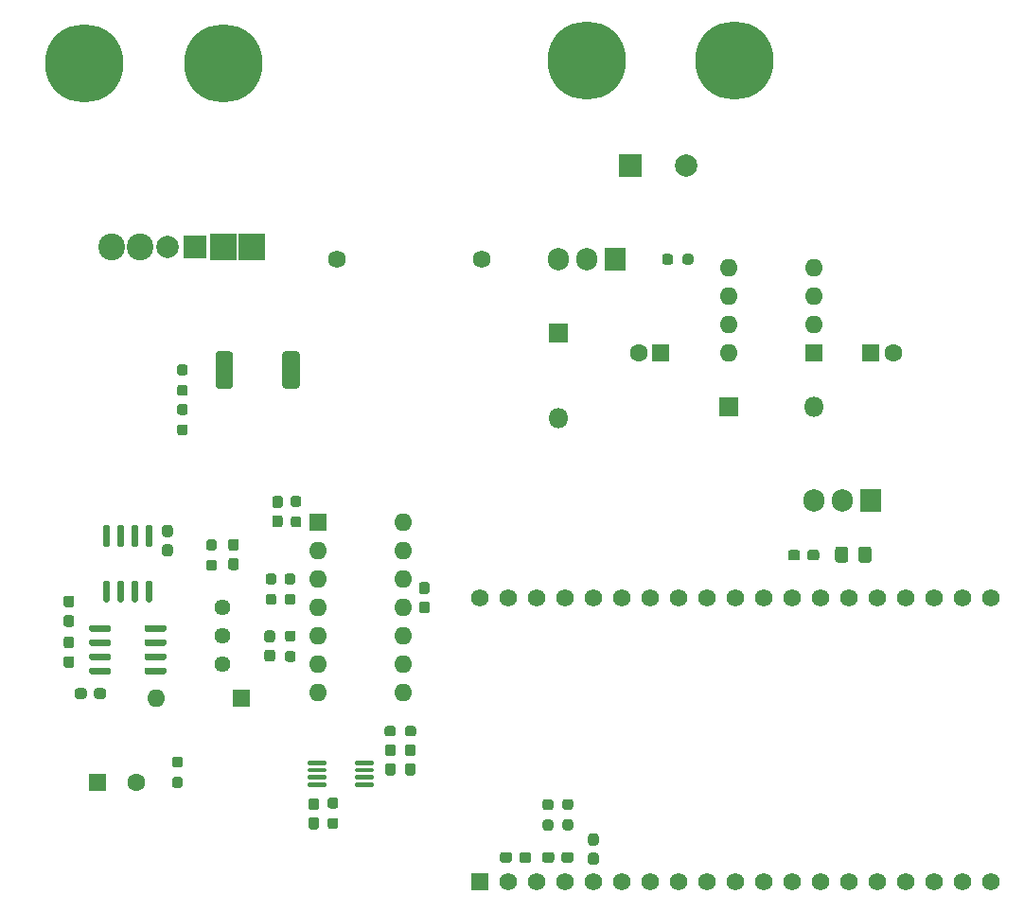
<source format=gbr>
%TF.GenerationSoftware,KiCad,Pcbnew,5.1.10*%
%TF.CreationDate,2021-11-24T02:21:55+13:00*%
%TF.ProjectId,buck_converter,6275636b-5f63-46f6-9e76-65727465722e,rev?*%
%TF.SameCoordinates,Original*%
%TF.FileFunction,Soldermask,Top*%
%TF.FilePolarity,Negative*%
%FSLAX46Y46*%
G04 Gerber Fmt 4.6, Leading zero omitted, Abs format (unit mm)*
G04 Created by KiCad (PCBNEW 5.1.10) date 2021-11-24 02:21:55*
%MOMM*%
%LPD*%
G01*
G04 APERTURE LIST*
%ADD10C,1.560000*%
%ADD11R,1.560000X1.560000*%
%ADD12O,1.600000X1.600000*%
%ADD13R,1.600000X1.600000*%
%ADD14C,2.400000*%
%ADD15R,2.400000X2.400000*%
%ADD16C,2.000000*%
%ADD17R,2.000000X2.000000*%
%ADD18C,0.800000*%
%ADD19C,7.000000*%
%ADD20C,1.590000*%
%ADD21O,1.800000X1.800000*%
%ADD22R,1.800000X1.800000*%
%ADD23C,1.440000*%
%ADD24O,1.905000X2.000000*%
%ADD25R,1.905000X2.000000*%
%ADD26C,1.600000*%
G04 APERTURE END LIST*
%TO.C,R13*%
G36*
G01*
X-194420500Y87228500D02*
X-193945500Y87228500D01*
G75*
G02*
X-193708000Y86991000I0J-237500D01*
G01*
X-193708000Y86491000D01*
G75*
G02*
X-193945500Y86253500I-237500J0D01*
G01*
X-194420500Y86253500D01*
G75*
G02*
X-194658000Y86491000I0J237500D01*
G01*
X-194658000Y86991000D01*
G75*
G02*
X-194420500Y87228500I237500J0D01*
G01*
G37*
G36*
G01*
X-194420500Y89053500D02*
X-193945500Y89053500D01*
G75*
G02*
X-193708000Y88816000I0J-237500D01*
G01*
X-193708000Y88316000D01*
G75*
G02*
X-193945500Y88078500I-237500J0D01*
G01*
X-194420500Y88078500D01*
G75*
G02*
X-194658000Y88316000I0J237500D01*
G01*
X-194658000Y88816000D01*
G75*
G02*
X-194420500Y89053500I237500J0D01*
G01*
G37*
%TD*%
D10*
%TO.C,U6*%
X-132016500Y79946500D03*
X-134556500Y79946500D03*
X-137096500Y79946500D03*
X-139636500Y79946500D03*
X-142176500Y79946500D03*
X-144716500Y79946500D03*
X-147256500Y79946500D03*
X-149796500Y79946500D03*
X-152336500Y79946500D03*
X-154876500Y79946500D03*
X-157416500Y79946500D03*
X-159956500Y79946500D03*
X-162496500Y79946500D03*
X-165036500Y79946500D03*
X-167576500Y79946500D03*
X-170116500Y79946500D03*
X-172656500Y79946500D03*
X-175196500Y79946500D03*
X-177736500Y79946500D03*
X-134556500Y54546500D03*
X-137096500Y54546500D03*
X-139636500Y54546500D03*
X-142176500Y54546500D03*
X-144716500Y54546500D03*
X-147256500Y54546500D03*
X-149796500Y54546500D03*
X-152336500Y54546500D03*
X-154876500Y54546500D03*
X-157416500Y54546500D03*
X-159956500Y54546500D03*
X-162496500Y54546500D03*
X-165036500Y54546500D03*
X-167576500Y54546500D03*
X-170116500Y54546500D03*
X-172656500Y54546500D03*
X-132016500Y54546500D03*
X-175196500Y54546500D03*
D11*
X-177736500Y54546500D03*
%TD*%
%TO.C,C1*%
G36*
G01*
X-182939700Y79621500D02*
X-182464700Y79621500D01*
G75*
G02*
X-182227200Y79384000I0J-237500D01*
G01*
X-182227200Y78784000D01*
G75*
G02*
X-182464700Y78546500I-237500J0D01*
G01*
X-182939700Y78546500D01*
G75*
G02*
X-183177200Y78784000I0J237500D01*
G01*
X-183177200Y79384000D01*
G75*
G02*
X-182939700Y79621500I237500J0D01*
G01*
G37*
G36*
G01*
X-182939700Y81346500D02*
X-182464700Y81346500D01*
G75*
G02*
X-182227200Y81109000I0J-237500D01*
G01*
X-182227200Y80509000D01*
G75*
G02*
X-182464700Y80271500I-237500J0D01*
G01*
X-182939700Y80271500D01*
G75*
G02*
X-183177200Y80509000I0J237500D01*
G01*
X-183177200Y81109000D01*
G75*
G02*
X-182939700Y81346500I237500J0D01*
G01*
G37*
%TD*%
D12*
%TO.C,U1*%
X-184607200Y86702900D03*
X-192227200Y71462900D03*
X-184607200Y84162900D03*
X-192227200Y74002900D03*
X-184607200Y81622900D03*
X-192227200Y76542900D03*
X-184607200Y79082900D03*
X-192227200Y79082900D03*
X-184607200Y76542900D03*
X-192227200Y81622900D03*
X-184607200Y74002900D03*
X-192227200Y84162900D03*
X-184607200Y71462900D03*
D13*
X-192227200Y86702900D03*
%TD*%
D14*
%TO.C,C16*%
X-210629500Y111379000D03*
D15*
X-198120000Y111379000D03*
D16*
X-205700000Y111379000D03*
D17*
X-203200000Y111379000D03*
D15*
X-200660000Y111379000D03*
D14*
X-208160000Y111379000D03*
%TD*%
D18*
%TO.C,OUT  -*%
X-211249845Y129618155D03*
X-213106000Y130387000D03*
X-214962155Y129618155D03*
X-215731000Y127762000D03*
X-214962155Y125905845D03*
X-213106000Y125137000D03*
X-211249845Y125905845D03*
X-210481000Y127762000D03*
D19*
X-213106000Y127762000D03*
%TD*%
D18*
%TO.C,OUT +*%
X-198803845Y129618155D03*
X-200660000Y130387000D03*
X-202516155Y129618155D03*
X-203285000Y127762000D03*
X-202516155Y125905845D03*
X-200660000Y125137000D03*
X-198803845Y125905845D03*
X-198035000Y127762000D03*
D19*
X-200660000Y127762000D03*
%TD*%
D18*
%TO.C,IN +*%
X-166291845Y129872155D03*
X-168148000Y130641000D03*
X-170004155Y129872155D03*
X-170773000Y128016000D03*
X-170004155Y126159845D03*
X-168148000Y125391000D03*
X-166291845Y126159845D03*
X-165523000Y128016000D03*
D19*
X-168148000Y128016000D03*
%TD*%
D18*
%TO.C,IN -*%
X-153083845Y129872155D03*
X-154940000Y130641000D03*
X-156796155Y129872155D03*
X-157565000Y128016000D03*
X-156796155Y126159845D03*
X-154940000Y125391000D03*
X-153083845Y126159845D03*
X-152315000Y128016000D03*
D19*
X-154940000Y128016000D03*
%TD*%
%TO.C,R16*%
G36*
G01*
X-214265500Y75421000D02*
X-214740500Y75421000D01*
G75*
G02*
X-214978000Y75658500I0J237500D01*
G01*
X-214978000Y76233500D01*
G75*
G02*
X-214740500Y76471000I237500J0D01*
G01*
X-214265500Y76471000D01*
G75*
G02*
X-214028000Y76233500I0J-237500D01*
G01*
X-214028000Y75658500D01*
G75*
G02*
X-214265500Y75421000I-237500J0D01*
G01*
G37*
G36*
G01*
X-214265500Y73671000D02*
X-214740500Y73671000D01*
G75*
G02*
X-214978000Y73908500I0J237500D01*
G01*
X-214978000Y74483500D01*
G75*
G02*
X-214740500Y74721000I237500J0D01*
G01*
X-214265500Y74721000D01*
G75*
G02*
X-214028000Y74483500I0J-237500D01*
G01*
X-214028000Y73908500D01*
G75*
G02*
X-214265500Y73671000I-237500J0D01*
G01*
G37*
%TD*%
%TO.C,R15*%
G36*
G01*
X-214265500Y79090000D02*
X-214740500Y79090000D01*
G75*
G02*
X-214978000Y79327500I0J237500D01*
G01*
X-214978000Y79902500D01*
G75*
G02*
X-214740500Y80140000I237500J0D01*
G01*
X-214265500Y80140000D01*
G75*
G02*
X-214028000Y79902500I0J-237500D01*
G01*
X-214028000Y79327500D01*
G75*
G02*
X-214265500Y79090000I-237500J0D01*
G01*
G37*
G36*
G01*
X-214265500Y77340000D02*
X-214740500Y77340000D01*
G75*
G02*
X-214978000Y77577500I0J237500D01*
G01*
X-214978000Y78152500D01*
G75*
G02*
X-214740500Y78390000I237500J0D01*
G01*
X-214265500Y78390000D01*
G75*
G02*
X-214028000Y78152500I0J-237500D01*
G01*
X-214028000Y77577500D01*
G75*
G02*
X-214265500Y77340000I-237500J0D01*
G01*
G37*
%TD*%
D20*
%TO.C,INDUCTOR*%
X-190500000Y110236000D03*
X-177546000Y110236000D03*
%TD*%
%TO.C,R10*%
G36*
G01*
X-195387000Y98904999D02*
X-195387000Y101755001D01*
G75*
G02*
X-195137001Y102005000I249999J0D01*
G01*
X-194111999Y102005000D01*
G75*
G02*
X-193862000Y101755001I0J-249999D01*
G01*
X-193862000Y98904999D01*
G75*
G02*
X-194111999Y98655000I-249999J0D01*
G01*
X-195137001Y98655000D01*
G75*
G02*
X-195387000Y98904999I0J249999D01*
G01*
G37*
G36*
G01*
X-201362000Y98904999D02*
X-201362000Y101755001D01*
G75*
G02*
X-201112001Y102005000I249999J0D01*
G01*
X-200086999Y102005000D01*
G75*
G02*
X-199837000Y101755001I0J-249999D01*
G01*
X-199837000Y98904999D01*
G75*
G02*
X-200086999Y98655000I-249999J0D01*
G01*
X-201112001Y98655000D01*
G75*
G02*
X-201362000Y98904999I0J249999D01*
G01*
G37*
%TD*%
%TO.C,U2*%
G36*
G01*
X-210734000Y73556000D02*
X-210734000Y73256000D01*
G75*
G02*
X-210884000Y73106000I-150000J0D01*
G01*
X-212534000Y73106000D01*
G75*
G02*
X-212684000Y73256000I0J150000D01*
G01*
X-212684000Y73556000D01*
G75*
G02*
X-212534000Y73706000I150000J0D01*
G01*
X-210884000Y73706000D01*
G75*
G02*
X-210734000Y73556000I0J-150000D01*
G01*
G37*
G36*
G01*
X-210734000Y74826000D02*
X-210734000Y74526000D01*
G75*
G02*
X-210884000Y74376000I-150000J0D01*
G01*
X-212534000Y74376000D01*
G75*
G02*
X-212684000Y74526000I0J150000D01*
G01*
X-212684000Y74826000D01*
G75*
G02*
X-212534000Y74976000I150000J0D01*
G01*
X-210884000Y74976000D01*
G75*
G02*
X-210734000Y74826000I0J-150000D01*
G01*
G37*
G36*
G01*
X-210734000Y76096000D02*
X-210734000Y75796000D01*
G75*
G02*
X-210884000Y75646000I-150000J0D01*
G01*
X-212534000Y75646000D01*
G75*
G02*
X-212684000Y75796000I0J150000D01*
G01*
X-212684000Y76096000D01*
G75*
G02*
X-212534000Y76246000I150000J0D01*
G01*
X-210884000Y76246000D01*
G75*
G02*
X-210734000Y76096000I0J-150000D01*
G01*
G37*
G36*
G01*
X-210734000Y77366000D02*
X-210734000Y77066000D01*
G75*
G02*
X-210884000Y76916000I-150000J0D01*
G01*
X-212534000Y76916000D01*
G75*
G02*
X-212684000Y77066000I0J150000D01*
G01*
X-212684000Y77366000D01*
G75*
G02*
X-212534000Y77516000I150000J0D01*
G01*
X-210884000Y77516000D01*
G75*
G02*
X-210734000Y77366000I0J-150000D01*
G01*
G37*
G36*
G01*
X-205784000Y77366000D02*
X-205784000Y77066000D01*
G75*
G02*
X-205934000Y76916000I-150000J0D01*
G01*
X-207584000Y76916000D01*
G75*
G02*
X-207734000Y77066000I0J150000D01*
G01*
X-207734000Y77366000D01*
G75*
G02*
X-207584000Y77516000I150000J0D01*
G01*
X-205934000Y77516000D01*
G75*
G02*
X-205784000Y77366000I0J-150000D01*
G01*
G37*
G36*
G01*
X-205784000Y76096000D02*
X-205784000Y75796000D01*
G75*
G02*
X-205934000Y75646000I-150000J0D01*
G01*
X-207584000Y75646000D01*
G75*
G02*
X-207734000Y75796000I0J150000D01*
G01*
X-207734000Y76096000D01*
G75*
G02*
X-207584000Y76246000I150000J0D01*
G01*
X-205934000Y76246000D01*
G75*
G02*
X-205784000Y76096000I0J-150000D01*
G01*
G37*
G36*
G01*
X-205784000Y74826000D02*
X-205784000Y74526000D01*
G75*
G02*
X-205934000Y74376000I-150000J0D01*
G01*
X-207584000Y74376000D01*
G75*
G02*
X-207734000Y74526000I0J150000D01*
G01*
X-207734000Y74826000D01*
G75*
G02*
X-207584000Y74976000I150000J0D01*
G01*
X-205934000Y74976000D01*
G75*
G02*
X-205784000Y74826000I0J-150000D01*
G01*
G37*
G36*
G01*
X-205784000Y73556000D02*
X-205784000Y73256000D01*
G75*
G02*
X-205934000Y73106000I-150000J0D01*
G01*
X-207584000Y73106000D01*
G75*
G02*
X-207734000Y73256000I0J150000D01*
G01*
X-207734000Y73556000D01*
G75*
G02*
X-207584000Y73706000I150000J0D01*
G01*
X-205934000Y73706000D01*
G75*
G02*
X-205784000Y73556000I0J-150000D01*
G01*
G37*
%TD*%
D21*
%TO.C,D3*%
X-170688000Y96012000D03*
D22*
X-170688000Y103632000D03*
%TD*%
D21*
%TO.C,D2*%
X-147828000Y97028000D03*
D22*
X-155448000Y97028000D03*
%TD*%
D23*
%TO.C,RV1*%
X-200787000Y79057500D03*
X-200787000Y76517500D03*
X-200787000Y73977500D03*
%TD*%
D12*
%TO.C,D1*%
X-206692500Y70929500D03*
D13*
X-199072500Y70929500D03*
%TD*%
%TO.C,U8*%
G36*
G01*
X-188882500Y65073500D02*
X-188882500Y65273500D01*
G75*
G02*
X-188782500Y65373500I100000J0D01*
G01*
X-187357500Y65373500D01*
G75*
G02*
X-187257500Y65273500I0J-100000D01*
G01*
X-187257500Y65073500D01*
G75*
G02*
X-187357500Y64973500I-100000J0D01*
G01*
X-188782500Y64973500D01*
G75*
G02*
X-188882500Y65073500I0J100000D01*
G01*
G37*
G36*
G01*
X-188882500Y64423500D02*
X-188882500Y64623500D01*
G75*
G02*
X-188782500Y64723500I100000J0D01*
G01*
X-187357500Y64723500D01*
G75*
G02*
X-187257500Y64623500I0J-100000D01*
G01*
X-187257500Y64423500D01*
G75*
G02*
X-187357500Y64323500I-100000J0D01*
G01*
X-188782500Y64323500D01*
G75*
G02*
X-188882500Y64423500I0J100000D01*
G01*
G37*
G36*
G01*
X-188882500Y63773500D02*
X-188882500Y63973500D01*
G75*
G02*
X-188782500Y64073500I100000J0D01*
G01*
X-187357500Y64073500D01*
G75*
G02*
X-187257500Y63973500I0J-100000D01*
G01*
X-187257500Y63773500D01*
G75*
G02*
X-187357500Y63673500I-100000J0D01*
G01*
X-188782500Y63673500D01*
G75*
G02*
X-188882500Y63773500I0J100000D01*
G01*
G37*
G36*
G01*
X-188882500Y63123500D02*
X-188882500Y63323500D01*
G75*
G02*
X-188782500Y63423500I100000J0D01*
G01*
X-187357500Y63423500D01*
G75*
G02*
X-187257500Y63323500I0J-100000D01*
G01*
X-187257500Y63123500D01*
G75*
G02*
X-187357500Y63023500I-100000J0D01*
G01*
X-188782500Y63023500D01*
G75*
G02*
X-188882500Y63123500I0J100000D01*
G01*
G37*
G36*
G01*
X-193107500Y63123500D02*
X-193107500Y63323500D01*
G75*
G02*
X-193007500Y63423500I100000J0D01*
G01*
X-191582500Y63423500D01*
G75*
G02*
X-191482500Y63323500I0J-100000D01*
G01*
X-191482500Y63123500D01*
G75*
G02*
X-191582500Y63023500I-100000J0D01*
G01*
X-193007500Y63023500D01*
G75*
G02*
X-193107500Y63123500I0J100000D01*
G01*
G37*
G36*
G01*
X-193107500Y63773500D02*
X-193107500Y63973500D01*
G75*
G02*
X-193007500Y64073500I100000J0D01*
G01*
X-191582500Y64073500D01*
G75*
G02*
X-191482500Y63973500I0J-100000D01*
G01*
X-191482500Y63773500D01*
G75*
G02*
X-191582500Y63673500I-100000J0D01*
G01*
X-193007500Y63673500D01*
G75*
G02*
X-193107500Y63773500I0J100000D01*
G01*
G37*
G36*
G01*
X-193107500Y64423500D02*
X-193107500Y64623500D01*
G75*
G02*
X-193007500Y64723500I100000J0D01*
G01*
X-191582500Y64723500D01*
G75*
G02*
X-191482500Y64623500I0J-100000D01*
G01*
X-191482500Y64423500D01*
G75*
G02*
X-191582500Y64323500I-100000J0D01*
G01*
X-193007500Y64323500D01*
G75*
G02*
X-193107500Y64423500I0J100000D01*
G01*
G37*
G36*
G01*
X-193107500Y65073500D02*
X-193107500Y65273500D01*
G75*
G02*
X-193007500Y65373500I100000J0D01*
G01*
X-191582500Y65373500D01*
G75*
G02*
X-191482500Y65273500I0J-100000D01*
G01*
X-191482500Y65073500D01*
G75*
G02*
X-191582500Y64973500I-100000J0D01*
G01*
X-193007500Y64973500D01*
G75*
G02*
X-193107500Y65073500I0J100000D01*
G01*
G37*
%TD*%
D12*
%TO.C,U7*%
X-155448000Y101854000D03*
X-147828000Y109474000D03*
X-155448000Y104394000D03*
X-147828000Y106934000D03*
X-155448000Y106934000D03*
X-147828000Y104394000D03*
X-155448000Y109474000D03*
D13*
X-147828000Y101854000D03*
%TD*%
%TO.C,U3*%
G36*
G01*
X-207477500Y81494500D02*
X-207177500Y81494500D01*
G75*
G02*
X-207027500Y81344500I0J-150000D01*
G01*
X-207027500Y79694500D01*
G75*
G02*
X-207177500Y79544500I-150000J0D01*
G01*
X-207477500Y79544500D01*
G75*
G02*
X-207627500Y79694500I0J150000D01*
G01*
X-207627500Y81344500D01*
G75*
G02*
X-207477500Y81494500I150000J0D01*
G01*
G37*
G36*
G01*
X-208747500Y81494500D02*
X-208447500Y81494500D01*
G75*
G02*
X-208297500Y81344500I0J-150000D01*
G01*
X-208297500Y79694500D01*
G75*
G02*
X-208447500Y79544500I-150000J0D01*
G01*
X-208747500Y79544500D01*
G75*
G02*
X-208897500Y79694500I0J150000D01*
G01*
X-208897500Y81344500D01*
G75*
G02*
X-208747500Y81494500I150000J0D01*
G01*
G37*
G36*
G01*
X-210017500Y81494500D02*
X-209717500Y81494500D01*
G75*
G02*
X-209567500Y81344500I0J-150000D01*
G01*
X-209567500Y79694500D01*
G75*
G02*
X-209717500Y79544500I-150000J0D01*
G01*
X-210017500Y79544500D01*
G75*
G02*
X-210167500Y79694500I0J150000D01*
G01*
X-210167500Y81344500D01*
G75*
G02*
X-210017500Y81494500I150000J0D01*
G01*
G37*
G36*
G01*
X-211287500Y81494500D02*
X-210987500Y81494500D01*
G75*
G02*
X-210837500Y81344500I0J-150000D01*
G01*
X-210837500Y79694500D01*
G75*
G02*
X-210987500Y79544500I-150000J0D01*
G01*
X-211287500Y79544500D01*
G75*
G02*
X-211437500Y79694500I0J150000D01*
G01*
X-211437500Y81344500D01*
G75*
G02*
X-211287500Y81494500I150000J0D01*
G01*
G37*
G36*
G01*
X-211287500Y86444500D02*
X-210987500Y86444500D01*
G75*
G02*
X-210837500Y86294500I0J-150000D01*
G01*
X-210837500Y84644500D01*
G75*
G02*
X-210987500Y84494500I-150000J0D01*
G01*
X-211287500Y84494500D01*
G75*
G02*
X-211437500Y84644500I0J150000D01*
G01*
X-211437500Y86294500D01*
G75*
G02*
X-211287500Y86444500I150000J0D01*
G01*
G37*
G36*
G01*
X-210017500Y86444500D02*
X-209717500Y86444500D01*
G75*
G02*
X-209567500Y86294500I0J-150000D01*
G01*
X-209567500Y84644500D01*
G75*
G02*
X-209717500Y84494500I-150000J0D01*
G01*
X-210017500Y84494500D01*
G75*
G02*
X-210167500Y84644500I0J150000D01*
G01*
X-210167500Y86294500D01*
G75*
G02*
X-210017500Y86444500I150000J0D01*
G01*
G37*
G36*
G01*
X-208747500Y86444500D02*
X-208447500Y86444500D01*
G75*
G02*
X-208297500Y86294500I0J-150000D01*
G01*
X-208297500Y84644500D01*
G75*
G02*
X-208447500Y84494500I-150000J0D01*
G01*
X-208747500Y84494500D01*
G75*
G02*
X-208897500Y84644500I0J150000D01*
G01*
X-208897500Y86294500D01*
G75*
G02*
X-208747500Y86444500I150000J0D01*
G01*
G37*
G36*
G01*
X-207477500Y86444500D02*
X-207177500Y86444500D01*
G75*
G02*
X-207027500Y86294500I0J-150000D01*
G01*
X-207027500Y84644500D01*
G75*
G02*
X-207177500Y84494500I-150000J0D01*
G01*
X-207477500Y84494500D01*
G75*
G02*
X-207627500Y84644500I0J150000D01*
G01*
X-207627500Y86294500D01*
G75*
G02*
X-207477500Y86444500I150000J0D01*
G01*
G37*
%TD*%
D24*
%TO.C,U4*%
X-147853400Y88633300D03*
X-145313400Y88633300D03*
D25*
X-142773400Y88633300D03*
%TD*%
%TO.C,R12*%
G36*
G01*
X-204580500Y95460000D02*
X-204105500Y95460000D01*
G75*
G02*
X-203868000Y95222500I0J-237500D01*
G01*
X-203868000Y94722500D01*
G75*
G02*
X-204105500Y94485000I-237500J0D01*
G01*
X-204580500Y94485000D01*
G75*
G02*
X-204818000Y94722500I0J237500D01*
G01*
X-204818000Y95222500D01*
G75*
G02*
X-204580500Y95460000I237500J0D01*
G01*
G37*
G36*
G01*
X-204580500Y97285000D02*
X-204105500Y97285000D01*
G75*
G02*
X-203868000Y97047500I0J-237500D01*
G01*
X-203868000Y96547500D01*
G75*
G02*
X-204105500Y96310000I-237500J0D01*
G01*
X-204580500Y96310000D01*
G75*
G02*
X-204818000Y96547500I0J237500D01*
G01*
X-204818000Y97047500D01*
G75*
G02*
X-204580500Y97285000I237500J0D01*
G01*
G37*
%TD*%
%TO.C,R11*%
G36*
G01*
X-204580500Y98992500D02*
X-204105500Y98992500D01*
G75*
G02*
X-203868000Y98755000I0J-237500D01*
G01*
X-203868000Y98255000D01*
G75*
G02*
X-204105500Y98017500I-237500J0D01*
G01*
X-204580500Y98017500D01*
G75*
G02*
X-204818000Y98255000I0J237500D01*
G01*
X-204818000Y98755000D01*
G75*
G02*
X-204580500Y98992500I237500J0D01*
G01*
G37*
G36*
G01*
X-204580500Y100817500D02*
X-204105500Y100817500D01*
G75*
G02*
X-203868000Y100580000I0J-237500D01*
G01*
X-203868000Y100080000D01*
G75*
G02*
X-204105500Y99842500I-237500J0D01*
G01*
X-204580500Y99842500D01*
G75*
G02*
X-204818000Y100080000I0J237500D01*
G01*
X-204818000Y100580000D01*
G75*
G02*
X-204580500Y100817500I237500J0D01*
G01*
G37*
%TD*%
%TO.C,R14*%
G36*
G01*
X-185273500Y68246000D02*
X-185273500Y67771000D01*
G75*
G02*
X-185511000Y67533500I-237500J0D01*
G01*
X-186011000Y67533500D01*
G75*
G02*
X-186248500Y67771000I0J237500D01*
G01*
X-186248500Y68246000D01*
G75*
G02*
X-186011000Y68483500I237500J0D01*
G01*
X-185511000Y68483500D01*
G75*
G02*
X-185273500Y68246000I0J-237500D01*
G01*
G37*
G36*
G01*
X-183448500Y68246000D02*
X-183448500Y67771000D01*
G75*
G02*
X-183686000Y67533500I-237500J0D01*
G01*
X-184186000Y67533500D01*
G75*
G02*
X-184423500Y67771000I0J237500D01*
G01*
X-184423500Y68246000D01*
G75*
G02*
X-184186000Y68483500I237500J0D01*
G01*
X-183686000Y68483500D01*
G75*
G02*
X-183448500Y68246000I0J-237500D01*
G01*
G37*
%TD*%
%TO.C,R8*%
G36*
G01*
X-169625000Y60964000D02*
X-170100000Y60964000D01*
G75*
G02*
X-170337500Y61201500I0J237500D01*
G01*
X-170337500Y61701500D01*
G75*
G02*
X-170100000Y61939000I237500J0D01*
G01*
X-169625000Y61939000D01*
G75*
G02*
X-169387500Y61701500I0J-237500D01*
G01*
X-169387500Y61201500D01*
G75*
G02*
X-169625000Y60964000I-237500J0D01*
G01*
G37*
G36*
G01*
X-169625000Y59139000D02*
X-170100000Y59139000D01*
G75*
G02*
X-170337500Y59376500I0J237500D01*
G01*
X-170337500Y59876500D01*
G75*
G02*
X-170100000Y60114000I237500J0D01*
G01*
X-169625000Y60114000D01*
G75*
G02*
X-169387500Y59876500I0J-237500D01*
G01*
X-169387500Y59376500D01*
G75*
G02*
X-169625000Y59139000I-237500J0D01*
G01*
G37*
%TD*%
%TO.C,R7*%
G36*
G01*
X-171878000Y60090500D02*
X-171403000Y60090500D01*
G75*
G02*
X-171165500Y59853000I0J-237500D01*
G01*
X-171165500Y59353000D01*
G75*
G02*
X-171403000Y59115500I-237500J0D01*
G01*
X-171878000Y59115500D01*
G75*
G02*
X-172115500Y59353000I0J237500D01*
G01*
X-172115500Y59853000D01*
G75*
G02*
X-171878000Y60090500I237500J0D01*
G01*
G37*
G36*
G01*
X-171878000Y61915500D02*
X-171403000Y61915500D01*
G75*
G02*
X-171165500Y61678000I0J-237500D01*
G01*
X-171165500Y61178000D01*
G75*
G02*
X-171403000Y60940500I-237500J0D01*
G01*
X-171878000Y60940500D01*
G75*
G02*
X-172115500Y61178000I0J237500D01*
G01*
X-172115500Y61678000D01*
G75*
G02*
X-171878000Y61915500I237500J0D01*
G01*
G37*
%TD*%
%TO.C,R9*%
G36*
G01*
X-191118500Y60241000D02*
X-190643500Y60241000D01*
G75*
G02*
X-190406000Y60003500I0J-237500D01*
G01*
X-190406000Y59503500D01*
G75*
G02*
X-190643500Y59266000I-237500J0D01*
G01*
X-191118500Y59266000D01*
G75*
G02*
X-191356000Y59503500I0J237500D01*
G01*
X-191356000Y60003500D01*
G75*
G02*
X-191118500Y60241000I237500J0D01*
G01*
G37*
G36*
G01*
X-191118500Y62066000D02*
X-190643500Y62066000D01*
G75*
G02*
X-190406000Y61828500I0J-237500D01*
G01*
X-190406000Y61328500D01*
G75*
G02*
X-190643500Y61091000I-237500J0D01*
G01*
X-191118500Y61091000D01*
G75*
G02*
X-191356000Y61328500I0J237500D01*
G01*
X-191356000Y61828500D01*
G75*
G02*
X-191118500Y62066000I237500J0D01*
G01*
G37*
%TD*%
%TO.C,R6*%
G36*
G01*
X-159595000Y109998500D02*
X-159595000Y110473500D01*
G75*
G02*
X-159357500Y110711000I237500J0D01*
G01*
X-158857500Y110711000D01*
G75*
G02*
X-158620000Y110473500I0J-237500D01*
G01*
X-158620000Y109998500D01*
G75*
G02*
X-158857500Y109761000I-237500J0D01*
G01*
X-159357500Y109761000D01*
G75*
G02*
X-159595000Y109998500I0J237500D01*
G01*
G37*
G36*
G01*
X-161420000Y109998500D02*
X-161420000Y110473500D01*
G75*
G02*
X-161182500Y110711000I237500J0D01*
G01*
X-160682500Y110711000D01*
G75*
G02*
X-160445000Y110473500I0J-237500D01*
G01*
X-160445000Y109998500D01*
G75*
G02*
X-160682500Y109761000I-237500J0D01*
G01*
X-161182500Y109761000D01*
G75*
G02*
X-161420000Y109998500I0J237500D01*
G01*
G37*
%TD*%
%TO.C,R4*%
G36*
G01*
X-194453500Y76030000D02*
X-194928500Y76030000D01*
G75*
G02*
X-195166000Y76267500I0J237500D01*
G01*
X-195166000Y76767500D01*
G75*
G02*
X-194928500Y77005000I237500J0D01*
G01*
X-194453500Y77005000D01*
G75*
G02*
X-194216000Y76767500I0J-237500D01*
G01*
X-194216000Y76267500D01*
G75*
G02*
X-194453500Y76030000I-237500J0D01*
G01*
G37*
G36*
G01*
X-194453500Y74205000D02*
X-194928500Y74205000D01*
G75*
G02*
X-195166000Y74442500I0J237500D01*
G01*
X-195166000Y74942500D01*
G75*
G02*
X-194928500Y75180000I237500J0D01*
G01*
X-194453500Y75180000D01*
G75*
G02*
X-194216000Y74942500I0J-237500D01*
G01*
X-194216000Y74442500D01*
G75*
G02*
X-194453500Y74205000I-237500J0D01*
G01*
G37*
%TD*%
%TO.C,R3*%
G36*
G01*
X-205025000Y63900500D02*
X-204550000Y63900500D01*
G75*
G02*
X-204312500Y63663000I0J-237500D01*
G01*
X-204312500Y63163000D01*
G75*
G02*
X-204550000Y62925500I-237500J0D01*
G01*
X-205025000Y62925500D01*
G75*
G02*
X-205262500Y63163000I0J237500D01*
G01*
X-205262500Y63663000D01*
G75*
G02*
X-205025000Y63900500I237500J0D01*
G01*
G37*
G36*
G01*
X-205025000Y65725500D02*
X-204550000Y65725500D01*
G75*
G02*
X-204312500Y65488000I0J-237500D01*
G01*
X-204312500Y64988000D01*
G75*
G02*
X-204550000Y64750500I-237500J0D01*
G01*
X-205025000Y64750500D01*
G75*
G02*
X-205262500Y64988000I0J237500D01*
G01*
X-205262500Y65488000D01*
G75*
G02*
X-205025000Y65725500I237500J0D01*
G01*
G37*
%TD*%
%TO.C,R2*%
G36*
G01*
X-196655700Y80283500D02*
X-196180700Y80283500D01*
G75*
G02*
X-195943200Y80046000I0J-237500D01*
G01*
X-195943200Y79546000D01*
G75*
G02*
X-196180700Y79308500I-237500J0D01*
G01*
X-196655700Y79308500D01*
G75*
G02*
X-196893200Y79546000I0J237500D01*
G01*
X-196893200Y80046000D01*
G75*
G02*
X-196655700Y80283500I237500J0D01*
G01*
G37*
G36*
G01*
X-196655700Y82108500D02*
X-196180700Y82108500D01*
G75*
G02*
X-195943200Y81871000I0J-237500D01*
G01*
X-195943200Y81371000D01*
G75*
G02*
X-196180700Y81133500I-237500J0D01*
G01*
X-196655700Y81133500D01*
G75*
G02*
X-196893200Y81371000I0J237500D01*
G01*
X-196893200Y81871000D01*
G75*
G02*
X-196655700Y82108500I237500J0D01*
G01*
G37*
%TD*%
%TO.C,R1*%
G36*
G01*
X-194478900Y81133500D02*
X-194953900Y81133500D01*
G75*
G02*
X-195191400Y81371000I0J237500D01*
G01*
X-195191400Y81871000D01*
G75*
G02*
X-194953900Y82108500I237500J0D01*
G01*
X-194478900Y82108500D01*
G75*
G02*
X-194241400Y81871000I0J-237500D01*
G01*
X-194241400Y81371000D01*
G75*
G02*
X-194478900Y81133500I-237500J0D01*
G01*
G37*
G36*
G01*
X-194478900Y79308500D02*
X-194953900Y79308500D01*
G75*
G02*
X-195191400Y79546000I0J237500D01*
G01*
X-195191400Y80046000D01*
G75*
G02*
X-194953900Y80283500I237500J0D01*
G01*
X-194478900Y80283500D01*
G75*
G02*
X-194241400Y80046000I0J-237500D01*
G01*
X-194241400Y79546000D01*
G75*
G02*
X-194478900Y79308500I-237500J0D01*
G01*
G37*
%TD*%
D24*
%TO.C,Q1*%
X-170688000Y110236000D03*
X-168148000Y110236000D03*
D25*
X-165608000Y110236000D03*
%TD*%
%TO.C,C18*%
G36*
G01*
X-174210000Y56468000D02*
X-174210000Y56943000D01*
G75*
G02*
X-173972500Y57180500I237500J0D01*
G01*
X-173372500Y57180500D01*
G75*
G02*
X-173135000Y56943000I0J-237500D01*
G01*
X-173135000Y56468000D01*
G75*
G02*
X-173372500Y56230500I-237500J0D01*
G01*
X-173972500Y56230500D01*
G75*
G02*
X-174210000Y56468000I0J237500D01*
G01*
G37*
G36*
G01*
X-175935000Y56468000D02*
X-175935000Y56943000D01*
G75*
G02*
X-175697500Y57180500I237500J0D01*
G01*
X-175097500Y57180500D01*
G75*
G02*
X-174860000Y56943000I0J-237500D01*
G01*
X-174860000Y56468000D01*
G75*
G02*
X-175097500Y56230500I-237500J0D01*
G01*
X-175697500Y56230500D01*
G75*
G02*
X-175935000Y56468000I0J237500D01*
G01*
G37*
%TD*%
%TO.C,C19*%
G36*
G01*
X-184197000Y65117000D02*
X-183722000Y65117000D01*
G75*
G02*
X-183484500Y64879500I0J-237500D01*
G01*
X-183484500Y64279500D01*
G75*
G02*
X-183722000Y64042000I-237500J0D01*
G01*
X-184197000Y64042000D01*
G75*
G02*
X-184434500Y64279500I0J237500D01*
G01*
X-184434500Y64879500D01*
G75*
G02*
X-184197000Y65117000I237500J0D01*
G01*
G37*
G36*
G01*
X-184197000Y66842000D02*
X-183722000Y66842000D01*
G75*
G02*
X-183484500Y66604500I0J-237500D01*
G01*
X-183484500Y66004500D01*
G75*
G02*
X-183722000Y65767000I-237500J0D01*
G01*
X-184197000Y65767000D01*
G75*
G02*
X-184434500Y66004500I0J237500D01*
G01*
X-184434500Y66604500D01*
G75*
G02*
X-184197000Y66842000I237500J0D01*
G01*
G37*
%TD*%
%TO.C,C17*%
G36*
G01*
X-185975000Y65117000D02*
X-185500000Y65117000D01*
G75*
G02*
X-185262500Y64879500I0J-237500D01*
G01*
X-185262500Y64279500D01*
G75*
G02*
X-185500000Y64042000I-237500J0D01*
G01*
X-185975000Y64042000D01*
G75*
G02*
X-186212500Y64279500I0J237500D01*
G01*
X-186212500Y64879500D01*
G75*
G02*
X-185975000Y65117000I237500J0D01*
G01*
G37*
G36*
G01*
X-185975000Y66842000D02*
X-185500000Y66842000D01*
G75*
G02*
X-185262500Y66604500I0J-237500D01*
G01*
X-185262500Y66004500D01*
G75*
G02*
X-185500000Y65767000I-237500J0D01*
G01*
X-185975000Y65767000D01*
G75*
G02*
X-186212500Y66004500I0J237500D01*
G01*
X-186212500Y66604500D01*
G75*
G02*
X-185975000Y66842000I237500J0D01*
G01*
G37*
%TD*%
%TO.C,C15*%
G36*
G01*
X-170426500Y56468000D02*
X-170426500Y56943000D01*
G75*
G02*
X-170189000Y57180500I237500J0D01*
G01*
X-169589000Y57180500D01*
G75*
G02*
X-169351500Y56943000I0J-237500D01*
G01*
X-169351500Y56468000D01*
G75*
G02*
X-169589000Y56230500I-237500J0D01*
G01*
X-170189000Y56230500D01*
G75*
G02*
X-170426500Y56468000I0J237500D01*
G01*
G37*
G36*
G01*
X-172151500Y56468000D02*
X-172151500Y56943000D01*
G75*
G02*
X-171914000Y57180500I237500J0D01*
G01*
X-171314000Y57180500D01*
G75*
G02*
X-171076500Y56943000I0J-237500D01*
G01*
X-171076500Y56468000D01*
G75*
G02*
X-171314000Y56230500I-237500J0D01*
G01*
X-171914000Y56230500D01*
G75*
G02*
X-172151500Y56468000I0J237500D01*
G01*
G37*
%TD*%
%TO.C,C14*%
G36*
G01*
X-192358000Y60941000D02*
X-192833000Y60941000D01*
G75*
G02*
X-193070500Y61178500I0J237500D01*
G01*
X-193070500Y61778500D01*
G75*
G02*
X-192833000Y62016000I237500J0D01*
G01*
X-192358000Y62016000D01*
G75*
G02*
X-192120500Y61778500I0J-237500D01*
G01*
X-192120500Y61178500D01*
G75*
G02*
X-192358000Y60941000I-237500J0D01*
G01*
G37*
G36*
G01*
X-192358000Y59216000D02*
X-192833000Y59216000D01*
G75*
G02*
X-193070500Y59453500I0J237500D01*
G01*
X-193070500Y60053500D01*
G75*
G02*
X-192833000Y60291000I237500J0D01*
G01*
X-192358000Y60291000D01*
G75*
G02*
X-192120500Y60053500I0J-237500D01*
G01*
X-192120500Y59453500D01*
G75*
G02*
X-192358000Y59216000I-237500J0D01*
G01*
G37*
%TD*%
%TO.C,C13*%
G36*
G01*
X-167814000Y57116000D02*
X-167339000Y57116000D01*
G75*
G02*
X-167101500Y56878500I0J-237500D01*
G01*
X-167101500Y56278500D01*
G75*
G02*
X-167339000Y56041000I-237500J0D01*
G01*
X-167814000Y56041000D01*
G75*
G02*
X-168051500Y56278500I0J237500D01*
G01*
X-168051500Y56878500D01*
G75*
G02*
X-167814000Y57116000I237500J0D01*
G01*
G37*
G36*
G01*
X-167814000Y58841000D02*
X-167339000Y58841000D01*
G75*
G02*
X-167101500Y58603500I0J-237500D01*
G01*
X-167101500Y58003500D01*
G75*
G02*
X-167339000Y57766000I-237500J0D01*
G01*
X-167814000Y57766000D01*
G75*
G02*
X-168051500Y58003500I0J237500D01*
G01*
X-168051500Y58603500D01*
G75*
G02*
X-167814000Y58841000I237500J0D01*
G01*
G37*
%TD*%
D26*
%TO.C,C12*%
X-163544000Y101854000D03*
D13*
X-161544000Y101854000D03*
%TD*%
D26*
%TO.C,C11*%
X-140748000Y101854000D03*
D13*
X-142748000Y101854000D03*
%TD*%
%TO.C,C10*%
G36*
G01*
X-199533500Y84145000D02*
X-200008500Y84145000D01*
G75*
G02*
X-200246000Y84382500I0J237500D01*
G01*
X-200246000Y84982500D01*
G75*
G02*
X-200008500Y85220000I237500J0D01*
G01*
X-199533500Y85220000D01*
G75*
G02*
X-199296000Y84982500I0J-237500D01*
G01*
X-199296000Y84382500D01*
G75*
G02*
X-199533500Y84145000I-237500J0D01*
G01*
G37*
G36*
G01*
X-199533500Y82420000D02*
X-200008500Y82420000D01*
G75*
G02*
X-200246000Y82657500I0J237500D01*
G01*
X-200246000Y83257500D01*
G75*
G02*
X-200008500Y83495000I237500J0D01*
G01*
X-199533500Y83495000D01*
G75*
G02*
X-199296000Y83257500I0J-237500D01*
G01*
X-199296000Y82657500D01*
G75*
G02*
X-199533500Y82420000I-237500J0D01*
G01*
G37*
%TD*%
%TO.C,C9*%
G36*
G01*
X-196295000Y75953500D02*
X-196770000Y75953500D01*
G75*
G02*
X-197007500Y76191000I0J237500D01*
G01*
X-197007500Y76791000D01*
G75*
G02*
X-196770000Y77028500I237500J0D01*
G01*
X-196295000Y77028500D01*
G75*
G02*
X-196057500Y76791000I0J-237500D01*
G01*
X-196057500Y76191000D01*
G75*
G02*
X-196295000Y75953500I-237500J0D01*
G01*
G37*
G36*
G01*
X-196295000Y74228500D02*
X-196770000Y74228500D01*
G75*
G02*
X-197007500Y74466000I0J237500D01*
G01*
X-197007500Y75066000D01*
G75*
G02*
X-196770000Y75303500I237500J0D01*
G01*
X-196295000Y75303500D01*
G75*
G02*
X-196057500Y75066000I0J-237500D01*
G01*
X-196057500Y74466000D01*
G75*
G02*
X-196295000Y74228500I-237500J0D01*
G01*
G37*
%TD*%
%TO.C,C8*%
G36*
G01*
X-195596500Y87981500D02*
X-196071500Y87981500D01*
G75*
G02*
X-196309000Y88219000I0J237500D01*
G01*
X-196309000Y88819000D01*
G75*
G02*
X-196071500Y89056500I237500J0D01*
G01*
X-195596500Y89056500D01*
G75*
G02*
X-195359000Y88819000I0J-237500D01*
G01*
X-195359000Y88219000D01*
G75*
G02*
X-195596500Y87981500I-237500J0D01*
G01*
G37*
G36*
G01*
X-195596500Y86256500D02*
X-196071500Y86256500D01*
G75*
G02*
X-196309000Y86494000I0J237500D01*
G01*
X-196309000Y87094000D01*
G75*
G02*
X-196071500Y87331500I237500J0D01*
G01*
X-195596500Y87331500D01*
G75*
G02*
X-195359000Y87094000I0J-237500D01*
G01*
X-195359000Y86494000D01*
G75*
G02*
X-195596500Y86256500I-237500J0D01*
G01*
G37*
%TD*%
D26*
%TO.C,C7*%
X-208463000Y63436500D03*
D13*
X-211963000Y63436500D03*
%TD*%
%TO.C,C6*%
G36*
G01*
X-143868900Y83332300D02*
X-143868900Y84282300D01*
G75*
G02*
X-143618900Y84532300I250000J0D01*
G01*
X-142943900Y84532300D01*
G75*
G02*
X-142693900Y84282300I0J-250000D01*
G01*
X-142693900Y83332300D01*
G75*
G02*
X-142943900Y83082300I-250000J0D01*
G01*
X-143618900Y83082300D01*
G75*
G02*
X-143868900Y83332300I0J250000D01*
G01*
G37*
G36*
G01*
X-145943900Y83332300D02*
X-145943900Y84282300D01*
G75*
G02*
X-145693900Y84532300I250000J0D01*
G01*
X-145018900Y84532300D01*
G75*
G02*
X-144768900Y84282300I0J-250000D01*
G01*
X-144768900Y83332300D01*
G75*
G02*
X-145018900Y83082300I-250000J0D01*
G01*
X-145693900Y83082300D01*
G75*
G02*
X-145943900Y83332300I0J250000D01*
G01*
G37*
%TD*%
%TO.C,C5*%
G36*
G01*
X-149091700Y83994000D02*
X-149091700Y83519000D01*
G75*
G02*
X-149329200Y83281500I-237500J0D01*
G01*
X-149929200Y83281500D01*
G75*
G02*
X-150166700Y83519000I0J237500D01*
G01*
X-150166700Y83994000D01*
G75*
G02*
X-149929200Y84231500I237500J0D01*
G01*
X-149329200Y84231500D01*
G75*
G02*
X-149091700Y83994000I0J-237500D01*
G01*
G37*
G36*
G01*
X-147366700Y83994000D02*
X-147366700Y83519000D01*
G75*
G02*
X-147604200Y83281500I-237500J0D01*
G01*
X-148204200Y83281500D01*
G75*
G02*
X-148441700Y83519000I0J237500D01*
G01*
X-148441700Y83994000D01*
G75*
G02*
X-148204200Y84231500I237500J0D01*
G01*
X-147604200Y84231500D01*
G75*
G02*
X-147366700Y83994000I0J-237500D01*
G01*
G37*
%TD*%
%TO.C,C2*%
G36*
G01*
X-205914000Y84728000D02*
X-205439000Y84728000D01*
G75*
G02*
X-205201500Y84490500I0J-237500D01*
G01*
X-205201500Y83890500D01*
G75*
G02*
X-205439000Y83653000I-237500J0D01*
G01*
X-205914000Y83653000D01*
G75*
G02*
X-206151500Y83890500I0J237500D01*
G01*
X-206151500Y84490500D01*
G75*
G02*
X-205914000Y84728000I237500J0D01*
G01*
G37*
G36*
G01*
X-205914000Y86453000D02*
X-205439000Y86453000D01*
G75*
G02*
X-205201500Y86215500I0J-237500D01*
G01*
X-205201500Y85615500D01*
G75*
G02*
X-205439000Y85378000I-237500J0D01*
G01*
X-205914000Y85378000D01*
G75*
G02*
X-206151500Y85615500I0J237500D01*
G01*
X-206151500Y86215500D01*
G75*
G02*
X-205914000Y86453000I237500J0D01*
G01*
G37*
%TD*%
D16*
%TO.C,C3*%
X-159258000Y118618000D03*
D17*
X-164258000Y118618000D03*
%TD*%
%TO.C,C4*%
G36*
G01*
X-212246500Y71136500D02*
X-212246500Y71611500D01*
G75*
G02*
X-212009000Y71849000I237500J0D01*
G01*
X-211409000Y71849000D01*
G75*
G02*
X-211171500Y71611500I0J-237500D01*
G01*
X-211171500Y71136500D01*
G75*
G02*
X-211409000Y70899000I-237500J0D01*
G01*
X-212009000Y70899000D01*
G75*
G02*
X-212246500Y71136500I0J237500D01*
G01*
G37*
G36*
G01*
X-213971500Y71136500D02*
X-213971500Y71611500D01*
G75*
G02*
X-213734000Y71849000I237500J0D01*
G01*
X-213134000Y71849000D01*
G75*
G02*
X-212896500Y71611500I0J-237500D01*
G01*
X-212896500Y71136500D01*
G75*
G02*
X-213134000Y70899000I-237500J0D01*
G01*
X-213734000Y70899000D01*
G75*
G02*
X-213971500Y71136500I0J237500D01*
G01*
G37*
%TD*%
%TO.C,R5*%
G36*
G01*
X-201977000Y83331500D02*
X-201502000Y83331500D01*
G75*
G02*
X-201264500Y83094000I0J-237500D01*
G01*
X-201264500Y82594000D01*
G75*
G02*
X-201502000Y82356500I-237500J0D01*
G01*
X-201977000Y82356500D01*
G75*
G02*
X-202214500Y82594000I0J237500D01*
G01*
X-202214500Y83094000D01*
G75*
G02*
X-201977000Y83331500I237500J0D01*
G01*
G37*
G36*
G01*
X-201977000Y85156500D02*
X-201502000Y85156500D01*
G75*
G02*
X-201264500Y84919000I0J-237500D01*
G01*
X-201264500Y84419000D01*
G75*
G02*
X-201502000Y84181500I-237500J0D01*
G01*
X-201977000Y84181500D01*
G75*
G02*
X-202214500Y84419000I0J237500D01*
G01*
X-202214500Y84919000D01*
G75*
G02*
X-201977000Y85156500I237500J0D01*
G01*
G37*
%TD*%
M02*

</source>
